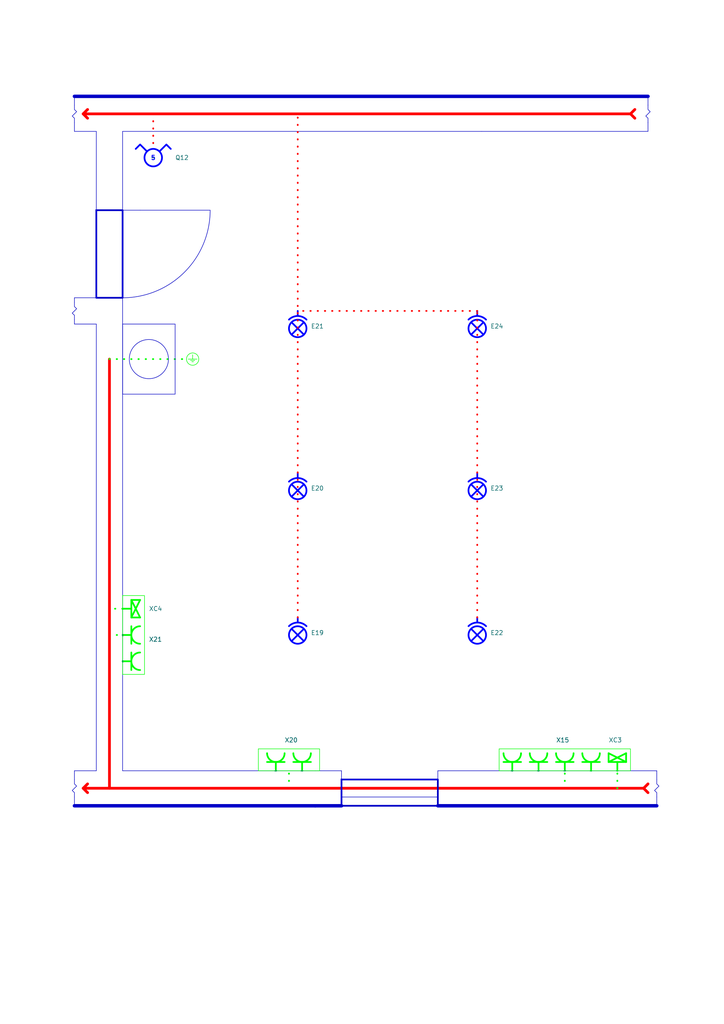
<source format=kicad_sch>
(kicad_sch (version 20230121) (generator eeschema)
  (paper "A4" portrait)
  (title_block (title "Projekt elektroinštalácie rodinného domu") (date "2024-05-09") (rev "1") (comment 4 "001-24") (comment 5 "Konanie stavby: 96901 Banská Štiavnica, Belianska 1770/15"))
  (lib_symbols
    (symbol "Wiring:Break" (in_bom no)
      (symbol "Break_0_1"
        (polyline (pts (xy -2.54 0) (xy -1.27 0) (xy -0.635 0.635) (xy 0.635 -0.635) (xy 1.27 0) (xy 2.54 0)) (stroke (width 0) (color 0 0 194 1)))
      )
    )
    (symbol "Wiring:Bulb_ceiling"
      (property "Reference" "E" (at 0 1.905 0))
      (symbol "Bulb_ceiling_0_1"
        (circle (center 0 -5.08) (radius 2.54) (stroke (width 0.5) (color 0 0 255 1)))
        (polyline (pts (xy 0 0) (xy 0 -1.27)) (stroke (width 0.5) (color 0 0 255 1)))
        (polyline (pts (xy 0 -5.08) (xy 1.778 -6.858) (xy -1.778 -3.302)) (stroke (width 0.5) (color 0 0 255 1)))
        (polyline (pts (xy 0 -5.08) (xy 1.778 -3.302) (xy -1.778 -6.858)) (stroke (width 0.5) (color 0 0 255 1)))
        (arc (start 2.5464 -2.524) (mid 0.0055 -1.4721) (end -2.5386 -2.5162) (stroke (width 0.5) (color 0 0 255 1)))
      )
    )
    (symbol "Wiring:Data_outlet"
      (property "Reference" "XC" (at 5.08 -2.54 90))
      (symbol "Data_outlet_0_1"
        (polyline (pts (xy -2.54 -5.08) (xy 2.54 -2.54)) (stroke (width 0.5) (color 0 255 0 1)))
        (polyline (pts (xy -2.54 -2.54) (xy -2.54 -5.08)) (stroke (width 0.5) (color 0 255 0 1)))
        (polyline (pts (xy -2.54 -2.54) (xy 2.54 -5.08)) (stroke (width 0.5) (color 0 255 0 1)))
        (polyline (pts (xy 2.54 -2.54) (xy 2.54 -5.08)) (stroke (width 0.5) (color 0 255 0 1)))
        (polyline (pts (xy 0.0002 -0.0002) (xy 0.0002 -2.5402) (xy 0.0002 -1.2702)) (stroke (width 0.5) (color 0 255 0 1)))
        (polyline (pts (xy 0.0002 -2.5402) (xy 2.5402 -2.5402) (xy -2.5398 -2.5402) (xy -1.2698 -2.5402)) (stroke (width 0.5) (color 0 255 0 1)))
      )
    )
    (symbol "Wiring:In/out" (in_bom no)
      (symbol "In/out_0_1"
        (polyline (pts (xy 0 0) (xy 1.27 -1.27) (xy 0 0) (xy 1.27 1.27)) (stroke (width 0.8) (color 255 0 0 1)))
      )
    )
    (symbol "Wiring:Outlet"
      (property "Reference" "X" (at 5.08 -3.81 90))
      (symbol "Outlet_0_1"
        (arc (start 0 -2.54) (mid -1.7961 -3.2839) (end -2.54 -5.08) (stroke (width 0.5) (color 0 255 0 1)))
        (polyline (pts (xy 0 0) (xy 0 -2.54) (xy 0 -1.27)) (stroke (width 0.5) (color 0 255 0 1)))
        (polyline (pts (xy 0 -2.54) (xy 2.54 -2.54) (xy -2.54 -2.54) (xy -1.27 -2.54)) (stroke (width 0.5) (color 0 255 0 1)))
        (arc (start 2.54 -5.08) (mid 1.7961 -3.2839) (end 0 -2.54) (stroke (width 0.5) (color 0 255 0 1)))
      )
    )
    (symbol "Wiring:PE" (in_bom no)
      (symbol "PE_0_1"
        (polyline (pts (xy -0.635 -0.381) (xy 0.635 -0.381)) (stroke (width 0) (color 0 255 0 1)))
        (polyline (pts (xy -0.254 -0.762) (xy 0.254 -0.762)) (stroke (width 0) (color 0 255 0 1)))
        (polyline (pts (xy -1.27 0) (xy 1.27 0) (xy 0 0) (xy 0 1.27)) (stroke (width 0) (color 0 255 0 1)))
        (circle (center 0 0) (radius 1.7825) (stroke (width 0) (color 0 255 0 1)))
      )
    )
    (symbol "Wiring:Switch_5"
      (property "Reference" "Q" (at 0 5.08 0))
      (symbol "Switch_5_0_1"
        (polyline (pts (xy -1.905 1.905) (xy -3.175 3.175) (xy -3.81 3.81) (xy -5.08 2.54)) (stroke (width 0.5) (color 0 0 255 1)))
        (polyline (pts (xy 1.905 1.905) (xy 3.175 3.175) (xy 3.81 3.81) (xy 5.08 2.54)) (stroke (width 0.5) (color 0 0 255 1)))
        (circle (center 0 0) (radius 2.54) (stroke (width 0.5) (color 0 0 255 1)))
        (text "5" (at 0 0 0) (effects (font (size 1.27 1.27) bold)))
      )
    )
  )
  (polyline (pts (xy 21.59 231.14) (xy 21.59 233.68)))
  (polyline (pts (xy 27.94 60.96) (xy 27.94 38.1)))
  (polyline (pts (xy 91.44 233.68) (xy 99.06 233.68)) (stroke (width 1)))
  (polyline (pts (xy 127 223.52) (xy 127 226.06)))
  (polyline (pts (xy 163.83 228.6) (xy 163.83 223.52)) (stroke (width 0.5) (type dot) (color 0 255 0 1)))
  (polyline (pts (xy 190.5 223.52) (xy 190.5 226.06)))
  (polyline (pts (xy 31.75 104.14) (xy 31.75 228.6)) (stroke (width 0.8) (type solid) (color 255 0 0 1)))
  (polyline (pts (xy 50.8 114.3) (xy 35.56 114.3)))
  (polyline (pts (xy 187.96 27.94) (xy 187.96 30.48)))
  (polyline (pts (xy 31.75 104.14) (xy 54.61 104.14)) (stroke (width 0.5) (type dot) (color 0 255 0 1)))
  (polyline (pts (xy 21.59 38.1) (xy 27.94 38.1)))
  (polyline (pts (xy 40.64 60.96) (xy 35.56 60.96)))
  (polyline (pts (xy 21.59 35.56) (xy 21.59 38.1)))
  (polyline (pts (xy 138.43 179.07) (xy 138.43 90.17)) (stroke (width 0.5) (type dot) (color 255 0 0 1)))
  (polyline (pts (xy 99.06 223.52) (xy 99.06 226.06)))
  (polyline (pts (xy 21.59 27.94) (xy 187.96 27.94)) (stroke (width 1)))
  (polyline (pts (xy 21.59 223.52) (xy 21.59 226.06)))
  (polyline (pts (xy 35.56 38.1) (xy 139.7 38.1)))
  (polyline (pts (xy 27.94 223.52) (xy 21.59 223.52)))
  (polyline (pts (xy 50.8 93.98) (xy 35.56 93.98)))
  (polyline (pts (xy 35.56 60.96) (xy 27.94 60.96)))
  (polyline (pts (xy 127 228.6) (xy 99.06 228.6)))
  (polyline (pts (xy 127 231.14) (xy 99.06 231.14)))
  (polyline (pts (xy 86.36 179.07) (xy 86.36 33.02)) (stroke (width 0.5) (type dot) (color 255 0 0 1)))
  (polyline (pts (xy 35.56 93.98) (xy 35.56 114.3)))
  (polyline (pts (xy 21.59 86.36) (xy 21.59 87.63)))
  (polyline (pts (xy 21.59 27.94) (xy 21.59 30.48)))
  (polyline (pts (xy 91.44 223.52) (xy 99.06 223.52)))
  (polyline (pts (xy 40.64 60.96) (xy 60.96 60.96)))
  (polyline (pts (xy 31.75 184.15) (xy 35.56 184.15)) (stroke (width 0.5) (type dot) (color 0 255 0 1)))
  (polyline (pts (xy 139.7 38.1) (xy 187.96 38.1)))
  (polyline (pts (xy 127 233.68) (xy 190.5 233.68)) (stroke (width 1)))
  (polyline (pts (xy 44.45 33.02) (xy 44.45 43.18)) (stroke (width 0.5) (type dot) (color 255 0 0 1)))
  (polyline (pts (xy 138.43 90.17) (xy 86.36 90.17)) (stroke (width 0.5) (type dot) (color 255 0 0 1)))
  (polyline (pts (xy 27.94 93.98) (xy 21.59 93.98)))
  (polyline (pts (xy 83.82 228.6) (xy 83.82 223.52)) (stroke (width 0.5) (type dot) (color 0 255 0 1)))
  (polyline (pts (xy 91.44 223.52) (xy 35.56 223.52)))
  (polyline (pts (xy 127 223.52) (xy 190.5 223.52)))
  (polyline (pts (xy 24.13 228.6) (xy 31.75 228.6)) (stroke (width 0.8) (type solid) (color 255 0 0 1)))
  (polyline (pts (xy 179.07 228.6) (xy 179.07 223.52)) (stroke (width 0.5) (type dot) (color 0 255 0 1)))
  (polyline (pts (xy 35.56 38.1) (xy 35.56 60.96)))
  (polyline (pts (xy 21.59 233.68) (xy 91.44 233.68)) (stroke (width 1)))
  (polyline (pts (xy 50.8 114.3) (xy 50.8 93.98)))
  (polyline (pts (xy 21.59 86.36) (xy 27.94 86.36)))
  (polyline (pts (xy 27.94 93.98) (xy 27.94 223.52)))
  (polyline (pts (xy 35.56 223.52) (xy 35.56 86.36)))
  (polyline (pts (xy 31.75 228.6) (xy 186.69 228.6)) (stroke (width 0.8) (type solid) (color 255 0 0 1)))
  (polyline (pts (xy 187.96 35.56) (xy 187.96 38.1)))
  (polyline (pts (xy 190.5 231.14) (xy 190.5 233.68)))
  (polyline (pts (xy 24.13 33.02) (xy 182.88 33.02)) (stroke (width 0.8) (type solid) (color 255 0 0 1)))
  (polyline (pts (xy 35.56 176.53) (xy 31.75 176.53)) (stroke (width 0.5) (type dot) (color 0 255 0 1)))
  (polyline (pts (xy 21.59 92.71) (xy 21.59 93.98)))
  (rectangle (start 35.56 172.72) (end 41.91 195.58) (stroke (width 0) (color 0 255 0 1)))
  (rectangle (start 99.06 226.06) (end 127 233.68) (stroke (width 0.5)))
  (rectangle (start 27.94 60.96) (end 35.56 86.36) (stroke (width 0.5)))
  (circle (center 43.18 104.14) (radius 5.6796))
  (arc (start 60.96 60.96) (mid 53.5205 78.9205) (end 35.56 86.36))
  (rectangle (start 74.93 217.17) (end 92.71 223.52) (stroke (width 0) (color 0 255 0 1)))
  (rectangle (start 144.78 217.17) (end 182.88 223.52) (stroke (width 0) (color 0 255 0 1)))
  (symbol (lib_id "Wiring:Bulb_ceiling") (at 138.43 90.17 0) (unit 1)
    (property "Reference" "E24" (at 142.24 94.615 0) (effects (justify left)))
  )
  (symbol (lib_id "Wiring:In/out") (at 186.69 228.6 0) (unit 1) (in_bom no)
    (property "Reference" "~38" (effects hide))
    (property "Value" "In/out" (effects hide))
  )
  (symbol (lib_id "Wiring:PE") (at 55.88 104.14 0) (unit 1) (in_bom no)
    (property "Reference" "~12" (effects hide))
  )
  (symbol (lib_id "Wiring:Outlet") (at 171.45 223.52 180) (unit 1)
    (property "Reference" "X18" (effects hide))
    (property "Value" "~" (at 171.45 223.52 0))
  )
  (symbol (lib_id "Wiring:Data_outlet") (at 179.07 223.52 180) (unit 1)
    (property "Reference" "XC3" (at 176.53 214.63 0) (effects (justify right)))
    (property "Value" "~" (at 179.07 223.52 0))
  )
  (symbol (lib_id "Wiring:Outlet") (at 35.56 184.15 90) (unit 1)
    (property "Reference" "X22" (effects hide))
    (property "Value" "~" (at 35.56 184.15 0))
  )
  (symbol (lib_id "Wiring:Outlet") (at 87.63 223.52 180) (unit 1)
    (property "Reference" "X19" (effects hide))
    (property "Value" "~" (at 87.63 223.52 0))
  )
  (symbol (lib_id "Wiring:Outlet") (at 80.01 223.52 180) (unit 1)
    (property "Reference" "X20" (at 82.55 214.63 0) (effects (justify right)))
    (property "Value" "~" (at 80.01 223.52 0))
  )
  (symbol (lib_id "Wiring:Bulb_ceiling") (at 138.43 137.16 0) (unit 1)
    (property "Reference" "E23" (at 142.24 141.605 0) (effects (justify left)))
  )
  (symbol (lib_id "Wiring:Bulb_ceiling") (at 86.36 90.17 0) (unit 1)
    (property "Reference" "E21" (at 90.17 94.615 0) (effects (justify left)))
  )
  (symbol (lib_id "Wiring:Break") (at 21.59 228.6 90) (unit 1) (in_bom no)
    (property "Reference" "~35" (effects hide))
  )
  (symbol (lib_id "Wiring:Outlet") (at 156.21 223.52 180) (unit 1)
    (property "Reference" "X16" (effects hide))
    (property "Value" "~" (at 156.21 223.52 0))
  )
  (symbol (lib_id "Wiring:Outlet") (at 163.83 223.52 180) (unit 1)
    (property "Reference" "X17" (effects hide))
    (property "Value" "~" (at 163.83 223.52 0))
  )
  (symbol (lib_id "Wiring:Bulb_ceiling") (at 138.43 179.07 0) (unit 1)
    (property "Reference" "E22" (at 142.24 183.515 0) (effects (justify left)))
  )
  (symbol (lib_id "Wiring:Break") (at 187.96 33.02 90) (unit 1) (in_bom no)
    (property "Reference" "~33" (effects hide))
  )
  (symbol (lib_id "Wiring:In/out") (at 24.13 228.6 0) (unit 1) (in_bom no)
    (property "Reference" "~37" (effects hide))
    (property "Value" "In/out" (effects hide))
  )
  (symbol (lib_id "Wiring:Break") (at 21.59 90.17 90) (unit 1) (in_bom no)
    (property "Reference" "~36" (effects hide))
  )
  (symbol (lib_id "Wiring:In/out") (at 182.88 33.02 0) (unit 1) (in_bom no)
    (property "Reference" "~39" (effects hide))
    (property "Value" "In/out" (effects hide))
  )
  (symbol (lib_id "Wiring:Switch_5") (at 44.45 45.72 0) (unit 1)
    (property "Reference" "Q12" (at 50.8 45.72 0) (effects (justify left)))
    (property "Value" "~" (at 44.45 45.72 0))
  )
  (symbol (lib_id "Wiring:Bulb_ceiling") (at 86.36 179.07 0) (unit 1)
    (property "Reference" "E19" (at 90.17 183.515 0) (effects (justify left)))
  )
  (symbol (lib_id "Wiring:Outlet") (at 35.56 191.77 90) (unit 1)
    (property "Reference" "X21" (at 43.18 185.42 90) (effects (justify right)))
    (property "Value" "~" (at 35.56 191.77 0))
  )
  (symbol (lib_id "Wiring:In/out") (at 24.13 33.02 0) (unit 1) (in_bom no)
    (property "Reference" "~40" (effects hide))
    (property "Value" "In/out" (effects hide))
  )
  (symbol (lib_id "Wiring:Data_outlet") (at 35.56 176.53 90) (unit 1)
    (property "Reference" "XC4" (at 43.18 176.53 90) (effects (justify right)))
    (property "Value" "~" (at 35.56 176.53 0))
  )
  (symbol (lib_id "Wiring:Bulb_ceiling") (at 86.36 137.16 0) (unit 1)
    (property "Reference" "E20" (at 90.17 141.605 0) (effects (justify left)))
  )
  (symbol (lib_id "Wiring:Break") (at 21.59 33.02 90) (unit 1) (in_bom no)
    (property "Reference" "~32" (effects hide))
  )
  (symbol (lib_id "Wiring:Break") (at 190.5 228.6 90) (unit 1) (in_bom no)
    (property "Reference" "~34" (effects hide))
  )
  (symbol (lib_id "Wiring:Outlet") (at 148.59 223.52 180) (unit 1)
    (property "Reference" "X15" (at 161.29 214.63 0) (effects (justify right)))
    (property "Value" "~" (at 148.59 223.52 0))
  )
)
</source>
